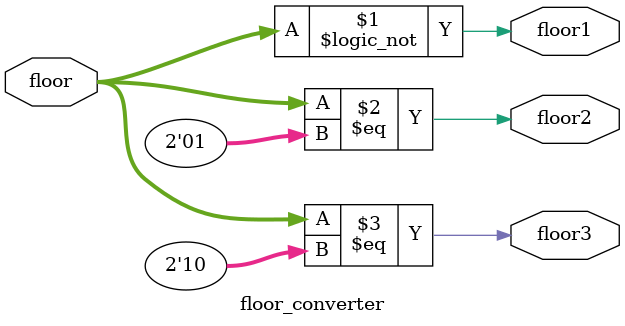
<source format=v>
module floor_converter #(parameter labelF1 = 2'b00, labelF2 = 2'b01, labelF3 = 2'b10) (floor, floor1, floor2, floor3);
	input [1:0] floor;
	output floor1, floor2, floor3;

	assign floor1 = floor == labelF1;
	assign floor2 = floor == labelF2;
	assign floor3 = floor == labelF3;
endmodule
</source>
